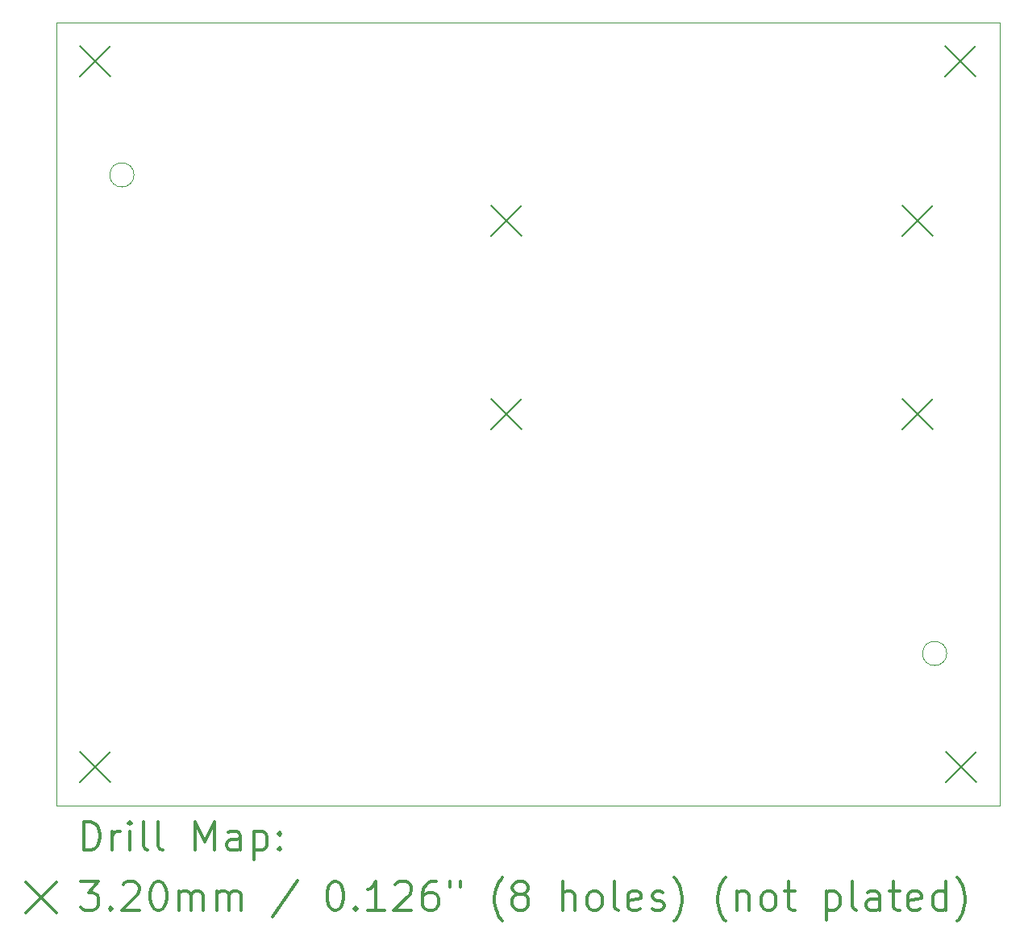
<source format=gbr>
%FSLAX45Y45*%
G04 Gerber Fmt 4.5, Leading zero omitted, Abs format (unit mm)*
G04 Created by KiCad (PCBNEW (5.1.9)-1) date 2021-01-27 15:24:58*
%MOMM*%
%LPD*%
G01*
G04 APERTURE LIST*
%TA.AperFunction,Profile*%
%ADD10C,0.050000*%
%TD*%
%ADD11C,0.200000*%
%ADD12C,0.300000*%
G04 APERTURE END LIST*
D10*
X16179800Y-11963400D02*
G75*
G03*
X16179800Y-11963400I-127000J0D01*
G01*
X7645400Y-6934200D02*
G75*
G03*
X7645400Y-6934200I-127000J0D01*
G01*
X6832600Y-13563600D02*
X6832600Y-5334000D01*
X16738600Y-13563600D02*
X6832600Y-13563600D01*
X16738600Y-5334000D02*
X16738600Y-13563600D01*
X6832600Y-5334000D02*
X16738600Y-5334000D01*
D11*
X7079000Y-5580400D02*
X7399000Y-5900400D01*
X7399000Y-5580400D02*
X7079000Y-5900400D01*
X7079000Y-12997200D02*
X7399000Y-13317200D01*
X7399000Y-12997200D02*
X7079000Y-13317200D01*
X11397000Y-7256800D02*
X11717000Y-7576800D01*
X11717000Y-7256800D02*
X11397000Y-7576800D01*
X11397000Y-9288800D02*
X11717000Y-9608800D01*
X11717000Y-9288800D02*
X11397000Y-9608800D01*
X15715000Y-7256800D02*
X16035000Y-7576800D01*
X16035000Y-7256800D02*
X15715000Y-7576800D01*
X15715000Y-9288800D02*
X16035000Y-9608800D01*
X16035000Y-9288800D02*
X15715000Y-9608800D01*
X16159500Y-5580400D02*
X16479500Y-5900400D01*
X16479500Y-5580400D02*
X16159500Y-5900400D01*
X16172200Y-12997200D02*
X16492200Y-13317200D01*
X16492200Y-12997200D02*
X16172200Y-13317200D01*
D12*
X7116528Y-14031814D02*
X7116528Y-13731814D01*
X7187957Y-13731814D01*
X7230814Y-13746100D01*
X7259386Y-13774671D01*
X7273671Y-13803243D01*
X7287957Y-13860386D01*
X7287957Y-13903243D01*
X7273671Y-13960386D01*
X7259386Y-13988957D01*
X7230814Y-14017529D01*
X7187957Y-14031814D01*
X7116528Y-14031814D01*
X7416528Y-14031814D02*
X7416528Y-13831814D01*
X7416528Y-13888957D02*
X7430814Y-13860386D01*
X7445100Y-13846100D01*
X7473671Y-13831814D01*
X7502243Y-13831814D01*
X7602243Y-14031814D02*
X7602243Y-13831814D01*
X7602243Y-13731814D02*
X7587957Y-13746100D01*
X7602243Y-13760386D01*
X7616528Y-13746100D01*
X7602243Y-13731814D01*
X7602243Y-13760386D01*
X7787957Y-14031814D02*
X7759386Y-14017529D01*
X7745100Y-13988957D01*
X7745100Y-13731814D01*
X7945100Y-14031814D02*
X7916528Y-14017529D01*
X7902243Y-13988957D01*
X7902243Y-13731814D01*
X8287957Y-14031814D02*
X8287957Y-13731814D01*
X8387957Y-13946100D01*
X8487957Y-13731814D01*
X8487957Y-14031814D01*
X8759386Y-14031814D02*
X8759386Y-13874671D01*
X8745100Y-13846100D01*
X8716528Y-13831814D01*
X8659386Y-13831814D01*
X8630814Y-13846100D01*
X8759386Y-14017529D02*
X8730814Y-14031814D01*
X8659386Y-14031814D01*
X8630814Y-14017529D01*
X8616528Y-13988957D01*
X8616528Y-13960386D01*
X8630814Y-13931814D01*
X8659386Y-13917529D01*
X8730814Y-13917529D01*
X8759386Y-13903243D01*
X8902243Y-13831814D02*
X8902243Y-14131814D01*
X8902243Y-13846100D02*
X8930814Y-13831814D01*
X8987957Y-13831814D01*
X9016528Y-13846100D01*
X9030814Y-13860386D01*
X9045100Y-13888957D01*
X9045100Y-13974671D01*
X9030814Y-14003243D01*
X9016528Y-14017529D01*
X8987957Y-14031814D01*
X8930814Y-14031814D01*
X8902243Y-14017529D01*
X9173671Y-14003243D02*
X9187957Y-14017529D01*
X9173671Y-14031814D01*
X9159386Y-14017529D01*
X9173671Y-14003243D01*
X9173671Y-14031814D01*
X9173671Y-13846100D02*
X9187957Y-13860386D01*
X9173671Y-13874671D01*
X9159386Y-13860386D01*
X9173671Y-13846100D01*
X9173671Y-13874671D01*
X6510100Y-14366100D02*
X6830100Y-14686100D01*
X6830100Y-14366100D02*
X6510100Y-14686100D01*
X7087957Y-14361814D02*
X7273671Y-14361814D01*
X7173671Y-14476100D01*
X7216528Y-14476100D01*
X7245100Y-14490386D01*
X7259386Y-14504671D01*
X7273671Y-14533243D01*
X7273671Y-14604671D01*
X7259386Y-14633243D01*
X7245100Y-14647529D01*
X7216528Y-14661814D01*
X7130814Y-14661814D01*
X7102243Y-14647529D01*
X7087957Y-14633243D01*
X7402243Y-14633243D02*
X7416528Y-14647529D01*
X7402243Y-14661814D01*
X7387957Y-14647529D01*
X7402243Y-14633243D01*
X7402243Y-14661814D01*
X7530814Y-14390386D02*
X7545100Y-14376100D01*
X7573671Y-14361814D01*
X7645100Y-14361814D01*
X7673671Y-14376100D01*
X7687957Y-14390386D01*
X7702243Y-14418957D01*
X7702243Y-14447529D01*
X7687957Y-14490386D01*
X7516528Y-14661814D01*
X7702243Y-14661814D01*
X7887957Y-14361814D02*
X7916528Y-14361814D01*
X7945100Y-14376100D01*
X7959386Y-14390386D01*
X7973671Y-14418957D01*
X7987957Y-14476100D01*
X7987957Y-14547529D01*
X7973671Y-14604671D01*
X7959386Y-14633243D01*
X7945100Y-14647529D01*
X7916528Y-14661814D01*
X7887957Y-14661814D01*
X7859386Y-14647529D01*
X7845100Y-14633243D01*
X7830814Y-14604671D01*
X7816528Y-14547529D01*
X7816528Y-14476100D01*
X7830814Y-14418957D01*
X7845100Y-14390386D01*
X7859386Y-14376100D01*
X7887957Y-14361814D01*
X8116528Y-14661814D02*
X8116528Y-14461814D01*
X8116528Y-14490386D02*
X8130814Y-14476100D01*
X8159386Y-14461814D01*
X8202243Y-14461814D01*
X8230814Y-14476100D01*
X8245100Y-14504671D01*
X8245100Y-14661814D01*
X8245100Y-14504671D02*
X8259386Y-14476100D01*
X8287957Y-14461814D01*
X8330814Y-14461814D01*
X8359386Y-14476100D01*
X8373671Y-14504671D01*
X8373671Y-14661814D01*
X8516528Y-14661814D02*
X8516528Y-14461814D01*
X8516528Y-14490386D02*
X8530814Y-14476100D01*
X8559386Y-14461814D01*
X8602243Y-14461814D01*
X8630814Y-14476100D01*
X8645100Y-14504671D01*
X8645100Y-14661814D01*
X8645100Y-14504671D02*
X8659386Y-14476100D01*
X8687957Y-14461814D01*
X8730814Y-14461814D01*
X8759386Y-14476100D01*
X8773671Y-14504671D01*
X8773671Y-14661814D01*
X9359386Y-14347529D02*
X9102243Y-14733243D01*
X9745100Y-14361814D02*
X9773671Y-14361814D01*
X9802243Y-14376100D01*
X9816528Y-14390386D01*
X9830814Y-14418957D01*
X9845100Y-14476100D01*
X9845100Y-14547529D01*
X9830814Y-14604671D01*
X9816528Y-14633243D01*
X9802243Y-14647529D01*
X9773671Y-14661814D01*
X9745100Y-14661814D01*
X9716528Y-14647529D01*
X9702243Y-14633243D01*
X9687957Y-14604671D01*
X9673671Y-14547529D01*
X9673671Y-14476100D01*
X9687957Y-14418957D01*
X9702243Y-14390386D01*
X9716528Y-14376100D01*
X9745100Y-14361814D01*
X9973671Y-14633243D02*
X9987957Y-14647529D01*
X9973671Y-14661814D01*
X9959386Y-14647529D01*
X9973671Y-14633243D01*
X9973671Y-14661814D01*
X10273671Y-14661814D02*
X10102243Y-14661814D01*
X10187957Y-14661814D02*
X10187957Y-14361814D01*
X10159386Y-14404671D01*
X10130814Y-14433243D01*
X10102243Y-14447529D01*
X10387957Y-14390386D02*
X10402243Y-14376100D01*
X10430814Y-14361814D01*
X10502243Y-14361814D01*
X10530814Y-14376100D01*
X10545100Y-14390386D01*
X10559386Y-14418957D01*
X10559386Y-14447529D01*
X10545100Y-14490386D01*
X10373671Y-14661814D01*
X10559386Y-14661814D01*
X10816528Y-14361814D02*
X10759386Y-14361814D01*
X10730814Y-14376100D01*
X10716528Y-14390386D01*
X10687957Y-14433243D01*
X10673671Y-14490386D01*
X10673671Y-14604671D01*
X10687957Y-14633243D01*
X10702243Y-14647529D01*
X10730814Y-14661814D01*
X10787957Y-14661814D01*
X10816528Y-14647529D01*
X10830814Y-14633243D01*
X10845100Y-14604671D01*
X10845100Y-14533243D01*
X10830814Y-14504671D01*
X10816528Y-14490386D01*
X10787957Y-14476100D01*
X10730814Y-14476100D01*
X10702243Y-14490386D01*
X10687957Y-14504671D01*
X10673671Y-14533243D01*
X10959386Y-14361814D02*
X10959386Y-14418957D01*
X11073671Y-14361814D02*
X11073671Y-14418957D01*
X11516528Y-14776100D02*
X11502243Y-14761814D01*
X11473671Y-14718957D01*
X11459386Y-14690386D01*
X11445100Y-14647529D01*
X11430814Y-14576100D01*
X11430814Y-14518957D01*
X11445100Y-14447529D01*
X11459386Y-14404671D01*
X11473671Y-14376100D01*
X11502243Y-14333243D01*
X11516528Y-14318957D01*
X11673671Y-14490386D02*
X11645100Y-14476100D01*
X11630814Y-14461814D01*
X11616528Y-14433243D01*
X11616528Y-14418957D01*
X11630814Y-14390386D01*
X11645100Y-14376100D01*
X11673671Y-14361814D01*
X11730814Y-14361814D01*
X11759386Y-14376100D01*
X11773671Y-14390386D01*
X11787957Y-14418957D01*
X11787957Y-14433243D01*
X11773671Y-14461814D01*
X11759386Y-14476100D01*
X11730814Y-14490386D01*
X11673671Y-14490386D01*
X11645100Y-14504671D01*
X11630814Y-14518957D01*
X11616528Y-14547529D01*
X11616528Y-14604671D01*
X11630814Y-14633243D01*
X11645100Y-14647529D01*
X11673671Y-14661814D01*
X11730814Y-14661814D01*
X11759386Y-14647529D01*
X11773671Y-14633243D01*
X11787957Y-14604671D01*
X11787957Y-14547529D01*
X11773671Y-14518957D01*
X11759386Y-14504671D01*
X11730814Y-14490386D01*
X12145100Y-14661814D02*
X12145100Y-14361814D01*
X12273671Y-14661814D02*
X12273671Y-14504671D01*
X12259386Y-14476100D01*
X12230814Y-14461814D01*
X12187957Y-14461814D01*
X12159386Y-14476100D01*
X12145100Y-14490386D01*
X12459386Y-14661814D02*
X12430814Y-14647529D01*
X12416528Y-14633243D01*
X12402243Y-14604671D01*
X12402243Y-14518957D01*
X12416528Y-14490386D01*
X12430814Y-14476100D01*
X12459386Y-14461814D01*
X12502243Y-14461814D01*
X12530814Y-14476100D01*
X12545100Y-14490386D01*
X12559386Y-14518957D01*
X12559386Y-14604671D01*
X12545100Y-14633243D01*
X12530814Y-14647529D01*
X12502243Y-14661814D01*
X12459386Y-14661814D01*
X12730814Y-14661814D02*
X12702243Y-14647529D01*
X12687957Y-14618957D01*
X12687957Y-14361814D01*
X12959386Y-14647529D02*
X12930814Y-14661814D01*
X12873671Y-14661814D01*
X12845100Y-14647529D01*
X12830814Y-14618957D01*
X12830814Y-14504671D01*
X12845100Y-14476100D01*
X12873671Y-14461814D01*
X12930814Y-14461814D01*
X12959386Y-14476100D01*
X12973671Y-14504671D01*
X12973671Y-14533243D01*
X12830814Y-14561814D01*
X13087957Y-14647529D02*
X13116528Y-14661814D01*
X13173671Y-14661814D01*
X13202243Y-14647529D01*
X13216528Y-14618957D01*
X13216528Y-14604671D01*
X13202243Y-14576100D01*
X13173671Y-14561814D01*
X13130814Y-14561814D01*
X13102243Y-14547529D01*
X13087957Y-14518957D01*
X13087957Y-14504671D01*
X13102243Y-14476100D01*
X13130814Y-14461814D01*
X13173671Y-14461814D01*
X13202243Y-14476100D01*
X13316528Y-14776100D02*
X13330814Y-14761814D01*
X13359386Y-14718957D01*
X13373671Y-14690386D01*
X13387957Y-14647529D01*
X13402243Y-14576100D01*
X13402243Y-14518957D01*
X13387957Y-14447529D01*
X13373671Y-14404671D01*
X13359386Y-14376100D01*
X13330814Y-14333243D01*
X13316528Y-14318957D01*
X13859386Y-14776100D02*
X13845100Y-14761814D01*
X13816528Y-14718957D01*
X13802243Y-14690386D01*
X13787957Y-14647529D01*
X13773671Y-14576100D01*
X13773671Y-14518957D01*
X13787957Y-14447529D01*
X13802243Y-14404671D01*
X13816528Y-14376100D01*
X13845100Y-14333243D01*
X13859386Y-14318957D01*
X13973671Y-14461814D02*
X13973671Y-14661814D01*
X13973671Y-14490386D02*
X13987957Y-14476100D01*
X14016528Y-14461814D01*
X14059386Y-14461814D01*
X14087957Y-14476100D01*
X14102243Y-14504671D01*
X14102243Y-14661814D01*
X14287957Y-14661814D02*
X14259386Y-14647529D01*
X14245100Y-14633243D01*
X14230814Y-14604671D01*
X14230814Y-14518957D01*
X14245100Y-14490386D01*
X14259386Y-14476100D01*
X14287957Y-14461814D01*
X14330814Y-14461814D01*
X14359386Y-14476100D01*
X14373671Y-14490386D01*
X14387957Y-14518957D01*
X14387957Y-14604671D01*
X14373671Y-14633243D01*
X14359386Y-14647529D01*
X14330814Y-14661814D01*
X14287957Y-14661814D01*
X14473671Y-14461814D02*
X14587957Y-14461814D01*
X14516528Y-14361814D02*
X14516528Y-14618957D01*
X14530814Y-14647529D01*
X14559386Y-14661814D01*
X14587957Y-14661814D01*
X14916528Y-14461814D02*
X14916528Y-14761814D01*
X14916528Y-14476100D02*
X14945100Y-14461814D01*
X15002243Y-14461814D01*
X15030814Y-14476100D01*
X15045100Y-14490386D01*
X15059386Y-14518957D01*
X15059386Y-14604671D01*
X15045100Y-14633243D01*
X15030814Y-14647529D01*
X15002243Y-14661814D01*
X14945100Y-14661814D01*
X14916528Y-14647529D01*
X15230814Y-14661814D02*
X15202243Y-14647529D01*
X15187957Y-14618957D01*
X15187957Y-14361814D01*
X15473671Y-14661814D02*
X15473671Y-14504671D01*
X15459386Y-14476100D01*
X15430814Y-14461814D01*
X15373671Y-14461814D01*
X15345100Y-14476100D01*
X15473671Y-14647529D02*
X15445100Y-14661814D01*
X15373671Y-14661814D01*
X15345100Y-14647529D01*
X15330814Y-14618957D01*
X15330814Y-14590386D01*
X15345100Y-14561814D01*
X15373671Y-14547529D01*
X15445100Y-14547529D01*
X15473671Y-14533243D01*
X15573671Y-14461814D02*
X15687957Y-14461814D01*
X15616528Y-14361814D02*
X15616528Y-14618957D01*
X15630814Y-14647529D01*
X15659386Y-14661814D01*
X15687957Y-14661814D01*
X15902243Y-14647529D02*
X15873671Y-14661814D01*
X15816528Y-14661814D01*
X15787957Y-14647529D01*
X15773671Y-14618957D01*
X15773671Y-14504671D01*
X15787957Y-14476100D01*
X15816528Y-14461814D01*
X15873671Y-14461814D01*
X15902243Y-14476100D01*
X15916528Y-14504671D01*
X15916528Y-14533243D01*
X15773671Y-14561814D01*
X16173671Y-14661814D02*
X16173671Y-14361814D01*
X16173671Y-14647529D02*
X16145100Y-14661814D01*
X16087957Y-14661814D01*
X16059386Y-14647529D01*
X16045100Y-14633243D01*
X16030814Y-14604671D01*
X16030814Y-14518957D01*
X16045100Y-14490386D01*
X16059386Y-14476100D01*
X16087957Y-14461814D01*
X16145100Y-14461814D01*
X16173671Y-14476100D01*
X16287957Y-14776100D02*
X16302243Y-14761814D01*
X16330814Y-14718957D01*
X16345100Y-14690386D01*
X16359386Y-14647529D01*
X16373671Y-14576100D01*
X16373671Y-14518957D01*
X16359386Y-14447529D01*
X16345100Y-14404671D01*
X16330814Y-14376100D01*
X16302243Y-14333243D01*
X16287957Y-14318957D01*
M02*

</source>
